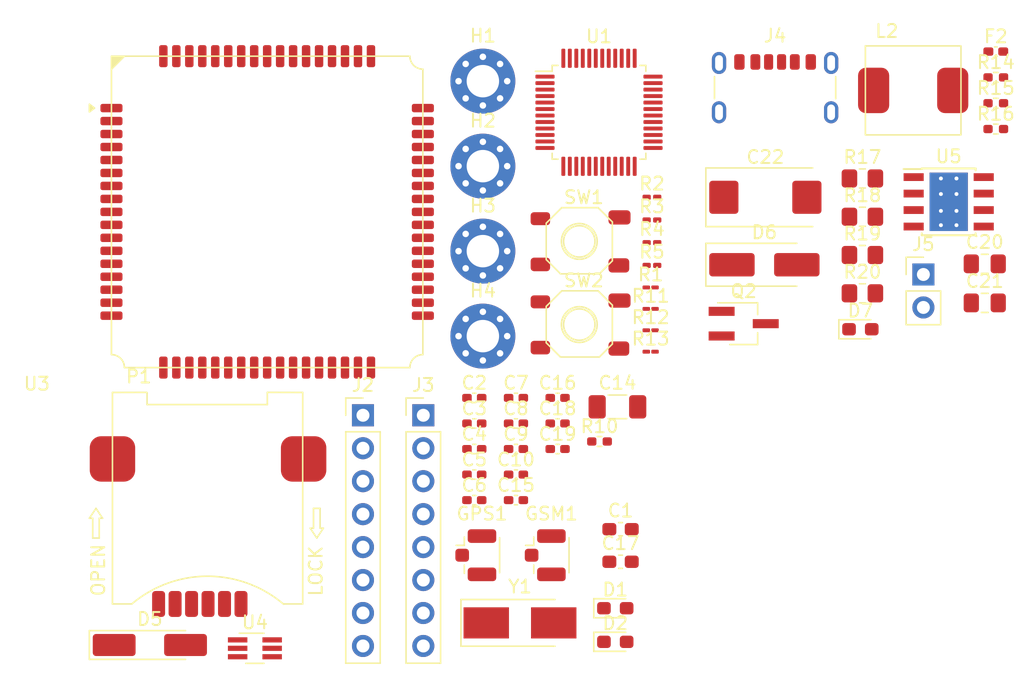
<source format=kicad_pcb>
(kicad_pcb (version 20221018) (generator pcbnew)
  (layers (0 "F.Cu" signal) (31 "B.Cu" signal) (34 "B.Paste" user) (35 "F.Paste" user) (36 "B.SilkS" user "B.Silkscreen") (37 "F.SilkS" user "F.Silkscreen") (38 "B.Mask" user) (39 "F.Mask" user) (44 "Edge.Cuts" user))
  (net 0 "")
  (net 1 "+3V3")
  (net 2 "GND")
  (net 3 "Net-(C9-Pad1)")
  (net 4 "Net-(U3-VRTC)")
  (net 5 "Net-(D1-A)")
  (net 6 "Net-(D2-A)")
  (net 7 "+12V")
  (net 8 "GPS_ANT")
  (net 9 "GSM_ANT")
  (net 10 "SIM_VDD")
  (net 11 "Net-(P1-RST)")
  (net 12 "Net-(P1-CLK)")
  (net 13 "SIM_DET")
  (net 14 "Net-(P1-DATA)")
  (net 15 "NRST")
  (net 17 "STATUS")
  (net 19 "Net-(U1-PF0)")
  (net 20 "Net-(U1-PF1)")
  (net 23 "USART2_TX")
  (net 24 "USART2_RX")
  (net 25 "PA4")
  (net 26 "SPI1_CLK")
  (net 27 "SPI1_MISO")
  (net 28 "SPI1_MOSI")
  (net 33 "Net-(U1-PB11)")
  (net 34 "LED1")
  (net 35 "LED2")
  (net 39 "SIM_RX")
  (net 40 "SIM_TX")
  (net 43 "SWDIO")
  (net 45 "SIM_RESET")
  (net 46 "SWDCLK")
  (net 53 "Net-(U1-BOOT0)")
  (net 55 "SIM_PWRKEY")
  (net 56 "FEEDBACK")
  (net 57 "SIM_DATA")
  (net 58 "Net-(Q2-D)")
  (net 59 "Net-(U5-BOOT)")
  (net 60 "Net-(D6-K)")
  (net 61 "Net-(D7-A)")
  (net 62 "Net-(J4-CC1)")
  (net 63 "Net-(J4-CC2)")
  (net 64 "Net-(J4-SHIELD)")
  (net 65 "Net-(Q2-S)")
  (net 66 "Net-(U3-VDD_EXT)")
  (net 67 "SIM_RST")
  (net 68 "SIM_CLK")
  (net 69 "Net-(R18-Pad2)")
  (footprint "Resistor_SMD:R_01005_0402Metric_Pad0.57x0.30mm_HandSolder" (layer "F.Cu") (at 96.25 72.44)
    (fp_text reference "R13" (at 0 -1) (layer "F.SilkS"))
    (fp_text value "22")
    (pad "1" smd roundrect (at -0.3375 0) (size 0.575 0.3) (layers "F.Cu" "F.Mask") (net 57 "SIM_DATA"))
    (pad "2" smd roundrect (at 0.3375 0) (size 0.575 0.3) (layers "F.Cu" "F.Mask") (net 14 "Net-(P1-DATA)"))
  )
  (footprint "Connector_Coaxial:U.FL_Hirose_U.FL-R-SMT-1_Vertical" (layer "F.Cu") (at 82.775 88.125)
    (fp_text reference "GPS1" (at 0.475 -3.2) (layer "F.SilkS"))
    (fp_text value "U.FL-R-SMT(10)")
    (pad "1" smd roundrect (at -1.05 0) (size 1.05 1) (layers "F.Cu" "F.Paste" "F.Mask") (net 8 "GPS_ANT"))
    (pad "2" smd roundrect (at 0.475 -1.475) (size 2.2 1.05) (layers "F.Cu" "F.Paste" "F.Mask") (roundrect_rratio 0.2380952381) (net 2 "GND"))
    (pad "2" smd roundrect (at 0.475 1.475) (size 2.2 1.05) (layers "F.Cu" "F.Paste" "F.Mask") (roundrect_rratio 0.2380952381) (net 2 "GND"))
  )
  (footprint "MyLibPerso:SIM808" (layer "F.Cu") (at 54.695 49.665)
    (fp_text reference "U3" (at -5.75 25.25 unlocked) (layer "F.SilkS"))
    (fp_text value "SIM808")
    (pad "1" smd roundrect (at 0 4) (size 1.7 0.65) (layers "F.Cu" "F.Paste" "F.Mask") (net 2 "GND"))
    (pad "2" smd roundrect (at 0 5) (size 1.7 0.65) (layers "F.Cu" "F.Paste" "F.Mask") (net 2 "GND"))
    (pad "3" smd roundrect (at 0 6) (size 1.7 0.65) (layers "F.Cu" "F.Paste" "F.Mask") (net 2 "GND"))
    (pad "4" smd roundrect (at 0 7) (size 1.7 0.65) (layers "F.Cu" "F.Paste" "F.Mask"))
    (pad "5" smd roundrect (at 0 8) (size 1.7 0.65) (layers "F.Cu" "F.Paste" "F.Mask"))
    (pad "6" smd roundrect (at 0 9) (size 1.7 0.65) (layers "F.Cu" "F.Paste" "F.Mask"))
    (pad "7" smd roundrect (at 0 10) (size 1.7 0.65) (layers "F.Cu" "F.Paste" "F.Mask") (net 66 "Net-(U3-VDD_EXT)"))
    (pad "8" smd roundrect (at 0 11) (size 1.7 0.65) (layers "F.Cu" "F.Paste" "F.Mask") (net 55 "SIM_PWRKEY"))
    (pad "9" smd roundrect (at 0 12) (size 1.7 0.65) (layers "F.Cu" "F.Paste" "F.Mask"))
    (pad "10" smd roundrect (at 0 13) (size 1.7 0.65) (layers "F.Cu" "F.Paste" "F.Mask"))
    (pad "11" smd roundrect (at 0 14) (size 1.7 0.65) (layers "F.Cu" "F.Paste" "F.Mask"))
    (pad "12" smd roundrect (at 0 15) (size 1.7 0.65) (layers "F.Cu" "F.Paste" "F.Mask"))
    (pad "13" smd roundrect (at 0 16) (size 1.7 0.65) (layers "F.Cu" "F.Paste" "F.Mask"))
    (pad "14" smd roundrect (at 0 17) (size 1.7 0.65) (layers "F.Cu" "F.Paste" "F.Mask"))
    (pad "15" smd roundrect (at 0 18) (size 1.7 0.65) (layers "F.Cu" "F.Paste" "F.Mask"))
    (pad "16" smd roundrect (at 0 19) (size 1.7 0.65) (layers "F.Cu" "F.Paste" "F.Mask") (net 45 "SIM_RESET"))
    (pad "17" smd roundrect (at 0 20) (size 1.7 0.65) (layers "F.Cu" "F.Paste" "F.Mask") (net 4 "Net-(U3-VRTC)"))
    (pad "18" smd roundrect (at 4 24 90) (size 1.7 0.65) (layers "F.Cu" "F.Paste" "F.Mask") (net 2 "GND"))
    (pad "19" smd roundrect (at 5 24 90) (size 1.7 0.65) (layers "F.Cu" "F.Paste" "F.Mask"))
    (pad "20" smd roundrect (at 6 24 90) (size 1.7 0.65) (layers "F.Cu" "F.Paste" "F.Mask"))
    (pad "21" smd roundrect (at 7 24 90) (size 1.7 0.65) (layers "F.Cu" "F.Paste" "F.Mask"))
    (pad "22" smd roundrect (at 8 24 90) (size 1.7 0.65) (layers "F.Cu" "F.Paste" "F.Mask"))
    (pad "23" smd roundrect (at 9 24 90) (size 1.7 0.65) (layers "F.Cu" "F.Paste" "F.Mask"))
    (pad "24" smd roundrect (at 10 24 90) (size 1.7 0.65) (layers "F.Cu" "F.Paste" "F.Mask"))
    (pad "25" smd roundrect (at 11 24 90) (size 1.7 0.65) (layers "F.Cu" "F.Paste" "F.Mask"))
    (pad "26" smd roundrect (at 12 24 90) (size 1.7 0.65) (layers "F.Cu" "F.Paste" "F.Mask"))
    (pad "27" smd roundrect (at 13 24 90) (size 1.7 0.65) (layers "F.Cu" "F.Paste" "F.Mask"))
    (pad "28" smd roundrect (at 14 24 90) (size 1.7 0.65) (layers "F.Cu" "F.Paste" "F.Mask") (net 2 "GND"))
    (pad "29" smd roundrect (at 15 24 90) (size 1.7 0.65) (layers "F.Cu" "F.Paste" "F.Mask") (net 10 "SIM_VDD"))
    (pad "30" smd roundrect (at 16 24 90) (size 1.7 0.65) (layers "F.Cu" "F.Paste" "F.Mask") (net 57 "SIM_DATA"))
    (pad "31" smd roundrect (at 17 24 90) (size 1.7 0.65) (layers "F.Cu" "F.Paste" "F.Mask") (net 68 "SIM_CLK"))
    (pad "32" smd roundrect (at 18 24 90) (size 1.7 0.65) (layers "F.Cu" "F.Paste" "F.Mask") (net 67 "SIM_RST"))
    (pad "33" smd roundrect (at 19 24 90) (size 1.7 0.65) (layers "F.Cu" "F.Paste" "F.Mask") (net 13 "SIM_DET"))
    (pad "34" smd roundrect (at 20 24 90) (size 1.7 0.65) (layers "F.Cu" "F.Paste" "F.Mask") (net 2 "GND"))
    (pad "35" smd roundrect (at 24 20 180) (size 1.7 0.65) (layers "F.Cu" "F.Paste" "F.Mask") (net 8 "GPS_ANT"))
    (pad "36" smd roundrect (at 24 19 180) (size 1.7 0.65) (layers "F.Cu" "F.Paste" "F.Mask") (net 2 "GND"))
    (pad "37" smd roundrect (at 24 18 180) (size 1.7 0.65) (layers "F.Cu" "F.Paste" "F.Mask"))
    (pad "38" smd roundrect (at 24 17 180) (size 1.7 0.65) (layers "F.Cu" "F.Paste" "F.Mask") (net 40 "SIM_TX"))
    (pad "39" smd roundrect (at 24 16 180) (size 1.7 0.65) (layers "F.Cu" "F.Paste" "F.Mask") (net 39 "SIM_RX"))
    (pad "40" smd roundrect (at 24 15 180) (size 1.7 0.65) (layers "F.Cu" "F.Paste" "F.Mask") (net 2 "GND"))
    (pad "41" smd roundrect (at 24 14 180) (size 1.7 0.65) (layers "F.Cu" "F.Paste" "F.Mask"))
    (pad "42" smd roundrect (at 24 13 180) (size 1.7 0.65) (layers "F.Cu" "F.Paste" "F.Mask"))
    (pad "43" smd roundrect (at 24 12 180) (size 1.7 0.65) (layers "F.Cu" "F.Paste" "F.Mask"))
    (pad "44" smd roundrect (at 24 11 180) (size 1.7 0.65) (layers "F.Cu" "F.Paste" "F.Mask"))
    (pad "45" smd roundrect (at 24 10 180) (size 1.7 0.65) (layers "F.Cu" "F.Paste" "F.Mask"))
    (pad "46" smd roundrect (at 24 9 180) (size 1.7 0.65) (layers "F.Cu" "F.Paste" "F.Mask"))
    (pad "47" smd roundrect (at 24 8 180) (size 1.7 0.65) (layers "F.Cu" "F.Paste" "F.Mask"))
    (pad "48" smd roundrect (at 24 7 180) (size 1.7 0.65) (layers "F.Cu" "F.Paste" "F.Mask"))
    (pad "49" smd roundrect (at 24 6 180) (size 1.7 0.65) (layers "F.Cu" "F.Paste" "F.Mask") (net 17 "STATUS"))
    (pad "50" smd roundrect (at 24 5 180) (size 1.7 0.65) (layers "F.Cu" "F.Paste" "F.Mask"))
    (pad "51" smd roundrect (at 24 4 180) (size 1.7 0.65) (layers "F.Cu" "F.Paste" "F.Mask") (net 2 "GND"))
    (pad "52" smd roundrect (at 20 0 270) (size 1.7 0.65) (layers "F.Cu" "F.Paste" "F.Mask") (net 2 "GND"))
    (pad "53" smd roundrect (at 19 0 270) (size 1.7 0.65) (layers "F.Cu" "F.Paste" "F.Mask"))
    (pad "54" smd roundrect (at 18 0 270) (size 1.7 0.65) (layers "F.Cu" "F.Paste" "F.Mask") (net 2 "GND"))
    (pad "55" smd roundrect (at 17 0 270) (size 1.7 0.65) (layers "F.Cu" "F.Paste" "F.Mask"))
    (pad "56" smd roundrect (at 16 0 270) (size 1.7 0.65) (layers "F.Cu" "F.Paste" "F.Mask"))
    (pad "57" smd roundrect (at 15 0 270) (size 1.7 0.65) (layers "F.Cu" "F.Paste" "F.Mask"))
    (pad "58" smd roundrect (at 14 0 270) (size 1.7 0.65) (layers "F.Cu" "F.Paste" "F.Mask"))
    (pad "59" smd roundrect (at 13 0 270) (size 1.7 0.65) (layers "F.Cu" "F.Paste" "F.Mask"))
    (pad "60" smd roundrect (at 12 0 270) (size 1.7 0.65) (layers "F.Cu" "F.Paste" "F.Mask"))
    (pad "61" smd roundrect (at 11 0 270) (size 1.7 0.65) (layers "F.Cu" "F.Paste" "F.Mask"))
    (pad "62" smd roundrect (at 10 0 270) (size 1.7 0.65) (layers "F.Cu" "F.Paste" "F.Mask"))
    (pad "63" smd roundrect (at 9 0 270) (size 1.7 0.65) (layers "F.Cu" "F.Paste" "F.Mask"))
    (pad "64" smd roundrect (at 8 0 270) (size 1.7 0.65) (layers "F.Cu" "F.Paste" "F.Mask") (net 2 "GND"))
    (pad "65" smd roundrect (at 7 0 270) (size 1.7 0.65) (layers "F.Cu" "F.Paste" "F.Mask") (net 2 "GND"))
    (pad "66" smd roundrect (at 6 0 270) (size 1.7 0.65) (layers "F.Cu" "F.Paste" "F.Mask") (net 9 "GSM_ANT"))
    (pad "67" smd roundrect (at 5 0 270) (size 1.7 0.65) (layers "F.Cu" "F.Paste" "F.Mask") (net 2 "GND"))
    (pad "68" smd roundrect (at 4 0 270) (size 1.7 0.65) (layers "F.Cu" "F.Paste" "F.Mask") (net 2 "GND"))
  )
  (footprint "MountingHole:MountingHole_2.5mm_Pad_Via" (layer "F.Cu") (at 83.32 51.59)
    (fp_text reference "H1" (at 0 -3.5) (layer "F.SilkS"))
    (fp_text value "MountingHole")
    (pad "1" thru_hole circle (at -1.875 0) (size 0.8 0.8) (drill 0.5) (layers "*.Cu" "*.Mask"))
    (pad "1" thru_hole circle (at -1.325825 -1.325825) (size 0.8 0.8) (drill 0.5) (layers "*.Cu" "*.Mask"))
    (pad "1" thru_hole circle (at -1.325825 1.325825) (size 0.8 0.8) (drill 0.5) (layers "*.Cu" "*.Mask"))
    (pad "1" thru_hole circle (at 0 -1.875) (size 0.8 0.8) (drill 0.5) (layers "*.Cu" "*.Mask"))
    (pad "1" thru_hole circle (at 0 0) (size 5 5) (drill 2.5) (layers "*.Cu" "*.Mask"))
    (pad "1" thru_hole circle (at 0 1.875) (size 0.8 0.8) (drill 0.5) (layers "*.Cu" "*.Mask"))
    (pad "1" thru_hole circle (at 1.325825 -1.325825) (size 0.8 0.8) (drill 0.5) (layers "*.Cu" "*.Mask"))
    (pad "1" thru_hole circle (at 1.325825 1.325825) (size 0.8 0.8) (drill 0.5) (layers "*.Cu" "*.Mask"))
    (pad "1" thru_hole circle (at 1.875 0) (size 0.8 0.8) (drill 0.5) (layers "*.Cu" "*.Mask"))
  )
  (footprint "Capacitor_SMD:C_0603_1608Metric_Pad1.08x0.95mm_HandSolder" (layer "F.Cu") (at 93.93 88.63)
    (fp_text reference "C17" (at 0 -1.43) (layer "F.SilkS"))
    (fp_text value "4µ7")
    (pad "1" smd roundrect (at -0.8625 0) (size 1.075 0.95) (layers "F.Cu" "F.Paste" "F.Mask") (net 2 "GND"))
    (pad "2" smd roundrect (at 0.8625 0) (size 1.075 0.95) (layers "F.Cu" "F.Paste" "F.Mask") (net 4 "Net-(U3-VRTC)"))
  )
  (footprint "Capacitor_SMD:C_0402_1005Metric_Pad0.74x0.62mm_HandSolder" (layer "F.Cu") (at 89.08 76)
    (fp_text reference "C16" (at 0 -1.16) (layer "F.SilkS"))
    (fp_text value "10p")
    (pad "1" smd roundrect (at -0.5675 0) (size 0.735 0.62) (layers "F.Cu" "F.Paste" "F.Mask") (net 1 "+3V3"))
    (pad "2" smd roundrect (at 0.5675 0) (size 0.735 0.62) (layers "F.Cu" "F.Paste" "F.Mask") (net 2 "GND"))
  )
  (footprint "LED_SMD:LED_0603_1608Metric_Pad1.05x0.95mm_HandSolder" (layer "F.Cu") (at 112.415 70.71)
    (fp_text reference "D7" (at 0 -1.43) (layer "F.SilkS"))
    (fp_text value "PWR")
    (pad "1" smd roundrect (at -0.875 0) (size 1.05 0.95) (layers "F.Cu" "F.Paste" "F.Mask") (net 2 "GND"))
    (pad "2" smd roundrect (at 0.875 0) (size 1.05 0.95) (layers "F.Cu" "F.Paste" "F.Mask") (net 61 "Net-(D7-A)"))
  )
  (footprint "MountingHole:MountingHole_2.5mm_Pad_Via" (layer "F.Cu") (at 83.32 64.69)
    (fp_text reference "H3" (at 0 -3.5) (layer "F.SilkS"))
    (fp_text value "MountingHole")
    (pad "1" thru_hole circle (at -1.875 0) (size 0.8 0.8) (drill 0.5) (layers "*.Cu" "*.Mask"))
    (pad "1" thru_hole circle (at -1.325825 -1.325825) (size 0.8 0.8) (drill 0.5) (layers "*.Cu" "*.Mask"))
    (pad "1" thru_hole circle (at -1.325825 1.325825) (size 0.8 0.8) (drill 0.5) (layers "*.Cu" "*.Mask"))
    (pad "1" thru_hole circle (at 0 -1.875) (size 0.8 0.8) (drill 0.5) (layers "*.Cu" "*.Mask"))
    (pad "1" thru_hole circle (at 0 0) (size 5 5) (drill 2.5) (layers "*.Cu" "*.Mask"))
    (pad "1" thru_hole circle (at 0 1.875) (size 0.8 0.8) (drill 0.5) (layers "*.Cu" "*.Mask"))
    (pad "1" thru_hole circle (at 1.325825 -1.325825) (size 0.8 0.8) (drill 0.5) (layers "*.Cu" "*.Mask"))
    (pad "1" thru_hole circle (at 1.325825 1.325825) (size 0.8 0.8) (drill 0.5) (layers "*.Cu" "*.Mask"))
    (pad "1" thru_hole circle (at 1.875 0) (size 0.8 0.8) (drill 0.5) (layers "*.Cu" "*.Mask"))
  )
  (footprint "Capacitor_SMD:C_0805_2012Metric_Pad1.18x1.45mm_HandSolder" (layer "F.Cu") (at 122 68.68)
    (fp_text reference "C21" (at 0 -1.68) (layer "F.SilkS"))
    (fp_text value "10n")
    (pad "1" smd roundrect (at -1.0375 0) (size 1.175 1.45) (layers "F.Cu" "F.Paste" "F.Mask") (roundrect_rratio 0.212766) (net 59 "Net-(U5-BOOT)"))
    (pad "2" smd roundrect (at 1.0375 0) (size 1.175 1.45) (layers "F.Cu" "F.Paste" "F.Mask") (roundrect_rratio 0.212766) (net 60 "Net-(D6-K)"))
  )
  (footprint "Package_TO_SOT_SMD:SOT-23W_Handsoldering" (layer "F.Cu") (at 103.42 70.28)
    (fp_text reference "Q2" (at 0 -2.5) (layer "F.SilkS"))
    (fp_text value "AO3401A")
    (pad "1" smd rect (at -1.7 -0.95) (size 2 0.7) (layers "F.Cu" "F.Paste" "F.Mask") (net 2 "GND"))
    (pad "2" smd rect (at -1.7 0.95) (size 2 0.7) (layers "F.Cu" "F.Paste" "F.Mask") (net 65 "Net-(Q2-S)"))
    (pad "3" smd rect (at 1.7 0) (size 2 0.7) (layers "F.Cu" "F.Paste" "F.Mask") (net 58 "Net-(Q2-D)"))
  )
  (footprint "MountingHole:MountingHole_2.5mm_Pad_Via" (layer "F.Cu") (at 83.32 71.24)
    (fp_text reference "H4" (at 0 -3.5) (layer "F.SilkS"))
    (fp_text value "MountingHole")
    (pad "1" thru_hole circle (at -1.875 0) (size 0.8 0.8) (drill 0.5) (layers "*.Cu" "*.Mask"))
    (pad "1" thru_hole circle (at -1.325825 -1.325825) (size 0.8 0.8) (drill 0.5) (layers "*.Cu" "*.Mask"))
    (pad "1" thru_hole circle (at -1.325825 1.325825) (size 0.8 0.8) (drill 0.5) (layers "*.Cu" "*.Mask"))
    (pad "1" thru_hole circle (at 0 -1.875) (size 0.8 0.8) (drill 0.5) (layers "*.Cu" "*.Mask"))
    (pad "1" thru_hole circle (at 0 0) (size 5 5) (drill 2.5) (layers "*.Cu" "*.Mask"))
    (pad "1" thru_hole circle (at 0 1.875) (size 0.8 0.8) (drill 0.5) (layers "*.Cu" "*.Mask"))
    (pad "1" thru_hole circle (at 1.325825 -1.325825) (size 0.8 0.8) (drill 0.5) (layers "*.Cu" "*.Mask"))
    (pad "1" thru_hole circle (at 1.325825 1.325825) (size 0.8 0.8) (drill 0.5) (layers "*.Cu" "*.Mask"))
    (pad "1" thru_hole circle (at 1.875 0) (size 0.8 0.8) (drill 0.5) (layers "*.Cu" "*.Mask"))
  )
  (footprint "Capacitor_SMD:C_0402_1005Metric_Pad0.74x0.62mm_HandSolder" (layer "F.Cu") (at 89.08 77.97)
    (fp_text reference "C18" (at 0 -1.16) (layer "F.SilkS"))
    (fp_text value "22p")
    (pad "1" smd roundrect (at -0.5675 0) (size 0.735 0.62) (layers "F.Cu" "F.Paste" "F.Mask") (net 57 "SIM_DATA"))
    (pad "2" smd roundrect (at 0.5675 0) (size 0.735 0.62) (layers "F.Cu" "F.Paste" "F.Mask") (net 2 "GND"))
  )
  (footprint "Capacitor_Tantalum_SMD:CP_EIA-7343-15_Kemet-W_Pad2.25x2.55mm_HandSolder" (layer "F.Cu") (at 105.09 60.54)
    (fp_text reference "C22" (at 0 -3.1) (layer "F.SilkS"))
    (fp_text value "220µ")
    (pad "1" smd roundrect (at -3.2 0) (size 2.25 2.55) (layers "F.Cu" "F.Paste" "F.Mask") (roundrect_rratio 0.111111) (net 1 "+3V3"))
    (pad "2" smd roundrect (at 3.2 0) (size 2.25 2.55) (layers "F.Cu" "F.Paste" "F.Mask") (roundrect_rratio 0.111111) (net 2 "GND"))
  )
  (footprint "Diode_SMD:D_SMA_Handsoldering" (layer "F.Cu") (at 105.015 65.74)
    (fp_text reference "D6" (at 0 -2.5) (layer "F.SilkS"))
    (fp_text value "B340")
    (pad "1" smd roundrect (at -2.5 0) (size 3.5 1.8) (layers "F.Cu" "F.Paste" "F.Mask") (roundrect_rratio 0.1388888889) (net 60 "Net-(D6-K)"))
    (pad "2" smd roundrect (at 2.5 0) (size 3.5 1.8) (layers "F.Cu" "F.Paste" "F.Mask") (roundrect_rratio 0.1388888889) (net 2 "GND"))
  )
  (footprint "Resistor_SMD:R_0201_0603Metric_Pad0.64x0.40mm_HandSolder" (layer "F.Cu") (at 96.35 62.29)
    (fp_text reference "R3" (at 0 -1.05) (layer "F.SilkS"))
    (fp_text value "1k")
    (pad "1" smd roundrect (at -0.4075 0) (size 0.635 0.4) (layers "F.Cu" "F.Mask") (net 3 "Net-(C9-Pad1)"))
    (pad "2" smd roundrect (at 0.4075 0) (size 0.635 0.4) (layers "F.Cu" "F.Mask") (net 33 "Net-(U1-PB11)"))
  )
  (footprint "Capacitor_SMD:C_1206_3216Metric_Pad1.33x1.80mm_HandSolder" (layer "F.Cu") (at 93.69 76.69)
    (fp_text reference "C14" (at 0 -1.85) (layer "F.SilkS"))
    (fp_text value "100µ")
    (pad "1" smd roundrect (at -1.5625 0) (size 1.325 1.8) (layers "F.Cu" "F.Paste" "F.Mask") (roundrect_rratio 0.188679) (net 1 "+3V3"))
    (pad "2" smd roundrect (at 1.5625 0) (size 1.325 1.8) (layers "F.Cu" "F.Paste" "F.Mask") (roundrect_rratio 0.188679) (net 2 "GND"))
  )
  (footprint "Capacitor_SMD:C_0402_1005Metric_Pad0.74x0.62mm_HandSolder" (layer "F.Cu") (at 85.87 77.97)
    (fp_text reference "C8" (at 0 -1.16) (layer "F.SilkS"))
    (fp_text value "30p")
    (pad "1" smd roundrect (at -0.5675 0) (size 0.735 0.62) (layers "F.Cu" "F.Paste" "F.Mask") (net 20 "Net-(U1-PF1)"))
    (pad "2" smd roundrect (at 0.5675 0) (size 0.735 0.62) (layers "F.Cu" "F.Paste" "F.Mask") (net 2 "GND"))
  )
  (footprint "Inductor_SMD:L_TechFuse_SL0630" (layer "F.Cu") (at 116.483 52.304)
    (fp_text reference "L2" (at -2.032 -4.572 unlocked) (layer "F.SilkS"))
    (fp_text value "15µH")
    (pad "1" smd roundrect (at 3.048 0 90) (size 3.5 2.4) (layers "F.Cu" "F.Paste" "F.Mask") (net 60 "Net-(D6-K)"))
    (pad "2" smd roundrect (at -3.048 0 90) (size 3.5 2.4) (layers "F.Cu" "F.Paste" "F.Mask") (net 1 "+3V3"))
  )
  (footprint "Button_Switch_SMD:XKB-TS-1187A" (layer "F.Cu") (at 93.3 66.44)
    (fp_text reference "SW1" (at -2.2 -5.9 unlocked) (layer "F.SilkS"))
    (fp_text value "SW_Push")
    (pad "1" smd roundrect (at -5.55 -4.25 180) (size 1.5 1) (layers "F.Cu" "F.Paste" "F.Mask") (net 15 "NRST"))
    (pad "1" smd roundrect (at 0.55 -4.35 180) (size 1.7 1.1) (layers "F.Cu" "F.Paste" "F.Mask") (net 15 "NRST"))
    (pad "2" smd roundrect (at -5.55 -0.725 180) (size 1.5 1.05) (layers "F.Cu" "F.Paste" "F.Mask") (net 2 "GND"))
    (pad "2" smd roundrect (at 0.5 -0.65 180) (size 1.6 1.1) (layers "F.Cu" "F.Paste" "F.Mask") (net 2 "GND"))
  )
  (footprint "Button_Switch_SMD:XKB-TS-1187A" (layer "F.Cu") (at 93.3 72.85)
    (fp_text reference "SW2" (at -2.2 -5.9 unlocked) (layer "F.SilkS"))
    (fp_text value "SW_Push")
    (pad "1" smd roundrect (at -5.55 -4.25 180) (size 1.5 1) (layers "F.Cu" "F.Paste" "F.Mask") (net 3 "Net-(C9-Pad1)"))
    (pad "1" smd roundrect (at 0.55 -4.35 180) (size 1.7 1.1) (layers "F.Cu" "F.Paste" "F.Mask") (net 3 "Net-(C9-Pad1)"))
    (pad "2" smd roundrect (at -5.55 -0.725 180) (size 1.5 1.05) (layers "F.Cu" "F.Paste" "F.Mask") (net 1 "+3V3"))
    (pad "2" smd roundrect (at 0.5 -0.65 180) (size 1.6 1.1) (layers "F.Cu" "F.Paste" "F.Mask") (net 1 "+3V3"))
  )
  (footprint "Capacitor_SMD:C_0603_1608Metric_Pad1.08x0.95mm_HandSolder" (layer "F.Cu") (at 93.93 86.12)
    (fp_text reference "C1" (at 0 -1.43) (layer "F.SilkS"))
    (fp_text value "4µ7")
    (pad "1" smd roundrect (at -0.8625 0) (size 1.075 0.95) (layers "F.Cu" "F.Paste" "F.Mask") (net 1 "+3V3"))
    (pad "2" smd roundrect (at 0.8625 0) (size 1.075 0.95) (layers "F.Cu" "F.Paste" "F.Mask") (net 2 "GND"))
  )
  (footprint "Resistor_SMD:R_0402_1005Metric_Pad0.72x0.64mm_HandSolder" (layer "F.Cu") (at 122.85 51.3)
    (fp_text reference "R14" (at 0 -1.17) (layer "F.SilkS"))
    (fp_text value "5.11k")
    (pad "1" smd roundrect (at -0.5975 0) (size 0.715 0.64) (layers "F.Cu" "F.Paste" "F.Mask") (net 63 "Net-(J4-CC2)"))
    (pad "2" smd roundrect (at 0.5975 0) (size 0.715 0.64) (layers "F.Cu" "F.Paste" "F.Mask") (net 2 "GND"))
  )
  (footprint "Capacitor_SMD:C_0402_1005Metric_Pad0.74x0.62mm_HandSolder" (layer "F.Cu") (at 89.08 79.94)
    (fp_text reference "C19" (at 0 -1.16) (layer "F.SilkS"))
    (fp_text value "1µ")
    (pad "1" smd roundrect (at -0.5675 0) (size 0.735 0.62) (layers "F.Cu" "F.Paste" "F.Mask") (net 2 "GND"))
    (pad "2" smd roundrect (at 0.5675 0) (size 0.735 0.62) (layers "F.Cu" "F.Paste" "F.Mask") (net 10 "SIM_VDD"))
  )
  (footprint "Package_SO:TI_SO-PowerPAD-8_ThermalVias" (layer "F.Cu") (at 119.22 60.89)
    (fp_text reference "U5" (at 0 -3.5) (layer "F.SilkS"))
    (fp_text value "TPS5430DDA")
    (pad "1" smd rect (at -2.7 -1.905) (size 1.55 0.6) (layers "F.Cu" "F.Paste" "F.Mask") (net 59 "Net-(U5-BOOT)"))
    (pad "2" smd rect (at -2.7 -0.635) (size 1.55 0.6) (layers "F.Cu" "F.Paste" "F.Mask"))
    (pad "3" smd rect (at -2.7 0.635) (size 1.55 0.6) (layers "F.Cu" "F.Paste" "F.Mask"))
    (pad "4" smd rect (at -2.7 1.905) (size 1.55 0.6) (layers "F.Cu" "F.Paste" "F.Mask") (net 56 "FEEDBACK"))
    (pad "5" smd rect (at 2.7 1.905) (size 1.55 0.6) (layers "F.Cu" "F.Paste" "F.Mask"))
    (pad "6" smd rect (at 2.7 0.635) (size 1.55 0.6) (layers "F.Cu" "F.Paste" "F.Mask") (net 2 "GND"))
    (pad "7" smd rect (at 2.7 -0.635) (size 1.55 0.6) (layers "F.Cu" "F.Paste" "F.Mask") (net 65 "Net-(Q2-S)"))
    (pad "8" smd rect (at 2.7 -1.905) (size 1.55 0.6) (layers "F.Cu" "F.Paste" "F.Mask") (net 60 "Net-(D6-K)"))
    (pad "9" thru_hole circle (at -0.6 -1.8) (size 0.6 0.6) (drill 0.3) (layers "*.Cu") (net 2 "GND"))
    (pad "9" thru_hole circle (at -0.6 -0.6) (size 0.6 0.6) (drill 0.3) (layers "*.Cu") (net 2 "GND"))
    (pad "9" thru_hole circle (at -0.6 0.7) (size 0.6 0.6) (drill 0.3) (layers "*.Cu") (net 2 "GND"))
    (pad "9" thru_hole circle (at -0.6 1.8) (size 0.6 0.6) (drill 0.3) (layers "*.Cu") (net 2 "GND"))
    (pad "9" smd rect (at 0 0) (size 2.6 3.1) (layers "F.Cu" "F.Paste" "F.Mask") (net 2 "GND"))
    (pad "9" smd rect (at 0 0) (size 2.95 4.5) (layers "F.Cu") (net 2 "GND"))
    (pad "9" smd rect (at 0 0) (size 2.95 4.5) (layers "B.Cu") (net 2 "GND"))
    (pad "9" thru_hole circle (at 0.6 -1.8) (size 0.6 0.6) (drill 0.3) (layers "*.Cu") (net 2 "GND"))
    (pad "9" thru_hole circle (at 0.6 -0.6) (size 0.6 0.6) (drill 0.3) (layers "*.Cu") (net 2 "GND"))
    (pad "9" thru_hole circle (at 0.6 0.7) (size 0.6 0.6) (drill 0.3) (layers "*.Cu") (net 2 "GND"))
    (pad "9" thru_hole circle (at 0.6 1.8) (size 0.6 0.6) (drill 0.3) (layers "*.Cu") (net 2 "GND"))
  )
  (footprint "Resistor_SMD:R_01005_0402Metric_Pad0.57x0.30mm_HandSolder" (layer "F.Cu") (at 96.25 70.79)
    (fp_text reference "R12" (at 0 -1) (layer "F.SilkS"))
    (fp_text value "22")
    (pad "1" smd roundrect (at -0.3375 0) (size 0.575 0.3) (layers "F.Cu" "F.Mask") (net 68 "SIM_CLK"))
    (pad "2" smd roundrect (at 0.3375 0) (size 0.575 0.3) (layers "F.Cu" "F.Mask") (net 12 "Net-(P1-CLK)"))
  )
  (footprint "Crystal:Crystal_SMD_5032-2Pin_5.0x3.2mm_HandSoldering" (layer "F.Cu") (at 86.18 93.34)
    (fp_text reference "Y1" (at 0 -2.8) (layer "F.SilkS"))
    (fp_text value "8MHz")
    (pad "1" smd rect (at -2.6 0) (size 3.5 2.4) (layers "F.Cu" "F.Paste" "F.Mask") (net 19 "Net-(U1-PF0)"))
    (pad "2" smd rect (at 2.6 0) (size 3.5 2.4) (layers "F.Cu" "F.Paste" "F.Mask") (net 20 "Net-(U1-PF1)"))
  )
  (footprint "Diode_SMD:D_MiniMELF_Handsoldering" (layer "F.Cu") (at 57.655 95.045)
    (fp_text reference "D5" (at 0 -2) (layer "F.SilkS"))
    (fp_text value "D_Zener")
    (pad "1" smd roundrect (at -2.75 0) (size 3.3 1.7) (layers "F.Cu" "F.Paste" "F.Mask") (roundrect_rratio 0.1470588235) (net 1 "+3V3"))
    (pad "2" smd roundrect (at 2.75 0) (size 3.3 1.7) (layers "F.Cu" "F.Paste" "F.Mask") (roundrect_rratio 0.1470588235) (net 2 "GND"))
  )
  (footprint "Resistor_SMD:R_0201_0603Metric_Pad0.64x0.40mm_HandSolder" (layer "F.Cu") (at 96.35 60.54)
    (fp_text reference "R2" (at 0 -1.05) (layer "F.SilkS"))
    (fp_text value "100k")
    (pad "1" smd roundrect (at -0.4075 0) (size 0.635 0.4) (layers "F.Cu" "F.Mask") (net 3 "Net-(C9-Pad1)"))
    (pad "2" smd roundrect (at 0.4075 0) (size 0.635 0.4) (layers "F.Cu" "F.Mask") (net 2 "GND"))
  )
  (footprint "Resistor_SMD:R_01005_0402Metric_Pad0.57x0.30mm_HandSolder" (layer "F.Cu") (at 96.25 67.49)
    (fp_text reference "R1" (at 0 -1) (layer "F.SilkS"))
    (fp_text value "10k")
    (pad "1" smd roundrect (at -0.3375 0) (size 0.575 0.3) (layers "F.Cu" "F.Mask") (net 53 "Net-(U1-BOOT0)"))
    (pad "2" smd roundrect (at 0.3375 0) (size 0.575 0.3) (layers "F.Cu" "F.Mask") (net 2 "GND"))
  )
  (footprint "Connector_Coaxial:U.FL_Hirose_U.FL-R-SMT-1_Vertical" (layer "F.Cu") (at 88.125 88.125)
    (fp_text reference "GSM1" (at 0.475 -3.2) (layer "F.SilkS"))
    (fp_text value "U.FL-R-SMT(10)")
    (pad "1" smd roundrect (at -1.05 0) (size 1.05 1) (layers "F.Cu" "F.Paste" "F.Mask") (net 9 "GSM_ANT"))
    (pad "2" smd roundrect (at 0.475 -1.475) (size 2.2 1.05) (layers "F.Cu" "F.Paste" "F.Mask") (roundrect_rratio 0.2380952381) (net 2 "GND"))
    (pad "2" smd roundrect (at 0.475 1.475) (size 2.2 1.05) (layers "F.Cu" "F.Paste" "F.Mask") (roundrect_rratio 0.2380952381) (net 2 "GND"))
  )
  (footprint "Package_TO_SOT_SMD:SOT-363_SC-70-6_Handsoldering" (layer "F.Cu") (at 65.75 95.3)
    (fp_text reference "U4" (at 0 -2) (layer "F.SilkS"))
    (fp_text value "SMF05CT1G")
    (pad "1" smd rect (at -1.33 -0.65) (size 1.5 0.4) (layers "F.Cu" "F.Paste" "F.Mask") (net 12 "Net-(P1-CLK)"))
    (pad "2" smd rect (at -1.33 0) (size 1.5 0.4) (layers "F.Cu" "F.Paste" "F.Mask") (net 2 "GND"))
    (pad "3" smd rect (at -1.33 0.65) (size 1.5 0.4) (layers "F.Cu" "F.Paste" "F.Mask") (net 14 "Net-(P1-DATA)"))
    (pad "4" smd rect (at 1.33 0.65) (size 1.5 0.4) (layers "F.Cu" "F.Paste" "F.Mask") (net 11 "Net-(P1-RST)"))
    (pad "5" smd rect (at 1.33 0) (size 1.5 0.4) (layers "F.Cu" "F.Paste" "F.Mask") (net 13 "SIM_DET"))
    (pad "6" smd rect (at 1.33 -0.65) (size 1.5 0.4) (layers "F.Cu" "F.Paste" "F.Mask") (net 10 "SIM_VDD"))
  )
  (footprint "Connector_PinHeader_2.54mm:PinHeader_1x02_P2.54mm_Vertical" (layer "F.Cu") (at 117.27 66.49)
    (fp_text reference "J5" (at 0 -2.33) (layer "F.SilkS"))
    (fp_text value "5V-36V")
    (pad "1" thru_hole rect (at 0 0) (size 1.7 1.7) (drill 1) (layers "*.Cu" "*.Mask") (net 7 "+12V"))
    (pad "2" thru_hole oval (at 0 2.54) (size 1.7 1.7) (drill 1) (layers "*.Cu" "*.Mask") (net 2 "GND"))
  )
  (footprint "Capacitor_SMD:C_0402_1005Metric_Pad0.74x0.62mm_HandSolder" (layer "F.Cu") (at 82.66 76)
    (fp_text reference "C2" (at 0 -1.16) (layer "F.SilkS"))
    (fp_text value "100n")
    (pad "1" smd roundrect (at -0.5675 0) (size 0.735 0.62) (layers "F.Cu" "F.Paste" "F.Mask") (net 1 "+3V3"))
    (pad "2" smd roundrect (at 0.5675 0) (size 0.735 0.62) (layers "F.Cu" "F.Paste" "F.Mask") (net 2 "GND"))
  )
  (footprint "Capacitor_SMD:C_0402_1005Metric_Pad0.74x0.62mm_HandSolder" (layer "F.Cu") (at 82.66 81.91)
    (fp_text reference "C5" (at 0 -1.16) (layer "F.SilkS"))
    (fp_text value "100n")
    (pad "1" smd roundrect (at -0.5675 0) (size 0.735 0.62) (layers "F.Cu" "F.Paste" "F.Mask") (net 1 "+3V3"))
    (pad "2" smd roundrect (at 0.5675 0) (size 0.735 0.62) (layers "F.Cu" "F.Paste" "F.Mask") (net 2 "GND"))
  )
  (footprint "Connector_Card:SIM_CARD_SMO-1512" (layer "F.Cu") (at 54.773 91.8818)
    (fp_text reference "P1" (at 2.032 -17.526 unlocked) (layer "F.SilkS"))
    (fp_text value "~")
    (fp_text user "OPEN" (at -0.508 -0.508 90 unlocked) (layer "F.SilkS") (effects (justify left bottom)))
    (fp_text user "LOCK" (at 16.256 -0.508 90 unlocked) (layer "F.SilkS") (effects (justify left bottom)))
    (pad "" smd roundrect (at 0 -11.176 90) (size 3.5 3.5) (layers "F.Cu" "F.Paste" "F.Mask"))
    (pad "" smd roundrect (at 14.732 -11.176 90) (size 3.5 3.5) (layers "F.Cu" "F.Paste" "F.Mask"))
    (pad "1" smd roundrect (at 4.826 0 180) (size 1 2) (layers "F.Cu" "F.Paste" "F.Mask") (net 10 "SIM_VDD"))
    (pad "2" smd roundrect (at 7.366 0 180) (size 1 2) (layers "F.Cu" "F.Paste" "F.Mask") (net 11 "Net-(P1-RST)"))
    (pad "3" smd roundrect (at 9.906 0 180) (size 1 2) (layers "F.Cu" "F.Paste" "F.Mask") (net 12 "Net-(P1-CLK)"))
    (pad "5" smd roundrect (at 3.556 0 180) (size 1 2) (layers "F.Cu" "F.Paste" "F.Mask") (net 2 "GND"))
    (pad "6" smd roundrect (at 6.096 0 180) (size 1 2) (layers "F.Cu" "F.Paste" "F.Mask") (net 13 "SIM_DET"))
    (pad "7" smd roundrect (at 8.636 0 180) (size 1 2) (layers "F.Cu" "F.Paste" "F.Mask") (net 14 "Net-(P1-DATA)"))
  )
  (footprint "Connector_USB:USB_C_Receptacle_GCT_USB4125-xx-x-0190_6P_TopMnt_Horizontal" (layer "F.Cu") (at 105.84 53.19)
    (fp_text reference "J4" (at 0 -5.1 unlocked) (layer "F.SilkS"))
    (fp_text value "USB_C_Receptacle_PowerOnly_6P")
    (pad "A5" smd roundrect (at -0.5 -3.08) (size 0.7 1.2) (layers "F.Cu" "F.Paste" "F.Mask") (net 62 "Net-(J4-CC1)"))
    (pad "A9" smd roundrect (at 1.52 -3.08 180) (size 0.76 1.2) (layers "F.Cu" "F.Paste" "F.Mask") (net 7 "+12V"))
    (pad "A12" smd roundrect (at 2.75 -3.08 180) (size 0.8 1.2) (layers "F.Cu" "F.Paste" "F.Mask") (net 2 "GND"))
    (pad "B5" smd roundrect (at 0.5 -3.08 180) (size 0.7 1.2) (layers "F.Cu" "F.Paste" "F.Mask") (net 63 "Net-(J4-CC2)"))
    (pad "B9" smd roundrect (at -1.52 -3.08) (size 0.76 1.2) (layers "F.Cu" "F.Paste" "F.Mask") (net 7 "+12V"))
    (pad "B12" smd roundrect (at -2.75 -3.08) (size 0.8 1.2) (layers "F.Cu" "F.Paste" "F.Mask") (net 2 "GND"))
    (pad "S1" thru_hole oval (at -4.32 -3) (size 1.1 1.7) (drill oval 0.6 1.2) (layers "*.Cu" "*.Mask" "F.Paste") (net 64 "Net-(J4-SHIELD)"))
    (pad "S1" thru_hole oval (at -4.32 0.8) (size 1.1 1.7) (drill oval 0.6 1.2) (layers "*.Cu" "*.Mask" "F.Paste") (net 64 "Net-(J4-SHIELD)"))
    (pad "S1" thru_hole oval (at 4.32 -3) (size 1.1 1.7) (drill oval 0.6 1.2) (layers "*.Cu" "*.Mask" "F.Paste") (net 64 "Net-(J4-SHIELD)"))
    (pad "S1" thru_hole oval (at 4.32 0.8) (size 1.1 1.7) (drill oval 0.6 1.2) (layers "*.Cu" "*.Mask" "F.Paste") (net 64 "Net-(J4-SHIELD)"))
  )
  (footprint "Capacitor_SMD:C_0402_1005Metric_Pad0.74x0.62mm_HandSolder" (layer "F.Cu") (at 82.66 83.88)
    (fp_text reference "C6" (at 0 -1.16) (layer "F.SilkS"))
    (fp_text value "100n")
    (pad "1" smd roundrect (at -0.5675 0) (size 0.735 0.62) (layers "F.Cu" "F.Paste" "F.Mask") (net 2 "GND"))
    (pad "2" smd roundrect (at 0.5675 0) (size 0.735 0.62) (layers "F.Cu" "F.Paste" "F.Mask") (net 15 "NRST"))
  )
  (footprint "Capacitor_SMD:C_0402_1005Metric_Pad0.74x0.62mm_HandSolder" (layer "F.Cu") (at 85.87 81.91)
    (fp_text reference "C10" (at 0 -1.16) (layer "F.SilkS"))
    (fp_text value "100n")
    (pad "1" smd roundrect (at -0.5675 0) (size 0.735 0.62) (layers "F.Cu" "F.Paste" "F.Mask") (net 33 "Net-(U1-PB11)"))
    (pad "2" smd roundrect (at 0.5675 0) (size 0.735 0.62) (layers "F.Cu" "F.Paste" "F.Mask") (net 2 "GND"))
  )
  (footprint "Resistor_SMD:R_0402_1005Metric_Pad0.72x0.64mm_HandSolder" (layer "F.Cu") (at 92.31 79.36)
    (fp_text reference "R10" (at 0 -1.17) (layer "F.SilkS"))
    (fp_text value "4k7")
    (pad "1" smd roundrect (at -0.5975 0) (size 0.715 0.64) (layers "F.Cu" "F.Paste" "F.Mask") (net 13 "SIM_DET"))
    (pad "2" smd roundrect (at 0.5975 0) (size 0.715 0.64) (layers "F.Cu" "F.Paste" "F.Mask") (net 66 "Net-(U3-VDD_EXT)"))
  )
  (footprint "Capacitor_SMD:C_0805_2012Metric_Pad1.18x1.45mm_HandSolder" (layer "F.Cu") (at 122 65.67)
    (fp_text reference "C20" (at 0 -1.68) (layer "F.SilkS"))
    (fp_text value "10µ")
    (pad "1" smd roundrect (at -1.0375 0) (size 1.175 1.45) (layers "F.Cu" "F.Paste" "F.Mask") (roundrect_rratio 0.212766) (net 58 "Net-(Q2-D)"))
    (pad "2" smd roundrect (at 1.0375 0) (size 1.175 1.45) (layers "F.Cu" "F.Paste" "F.Mask") (roundrect_rratio 0.212766) (net 2 "GND"))
  )
  (footprint "Connector_PinHeader_2.54mm:PinHeader_1x08_P2.54mm_Vertical" (layer "F.Cu") (at 74.08 77.34)
    (fp_text reference "J2" (at 0 -2.33) (layer "F.SilkS"))
    (fp_text value "Left Header Pins")
    (pad "1" thru_hole rect (at 0 0) (size 1.7 1.7) (drill 1) (layers "*.Cu" "*.Mask") (net 1 "+3V3"))
    (pad "2" thru_hole oval (at 0 2.54) (size 1.7 1.7) (drill 1) (layers "*.Cu" "*.Mask") (net 23 "USART2_TX"))
    (pad "3" thru_hole oval (at 0 5.08) (size 1.7 1.7) (drill 1) (layers "*.Cu" "*.Mask") (net 24 "USART2_RX"))
    (pad "4" thru_hole oval (at 0 7.62) (size 1.7 1.7) (drill 1) (layers "*.Cu" "*.Mask") (net 25 "PA4"))
    (pad "5" thru_hole oval (at 0 10.16) (size 1.7 1.7) (drill 1) (layers "*.Cu" "*.Mask") (net 26 "SPI1_CLK"))
    (pad "6" thru_hole oval (at 0 12.7) (size 1.7 1.7) (drill 1) (layers "*.Cu" "*.Mask") (net 27 "SPI1_MISO"))
    (pad "7" thru_hole oval (at 0 15.24) (size 1.7 1.7) (drill 1) (layers "*.Cu" "*.Mask") (net 28 "SPI1_MOSI"))
    (pad "8" thru_hole oval (at 0 17.78) (size 1.7 1.7) (drill 1) (layers "*.Cu" "*.Mask") (net 2 "GND"))
  )
  (footprint "Capacitor_SMD:C_0402_1005Metric_Pad0.74x0.62mm_HandSolder" (layer "F.Cu") (at 82.66 79.94)
    (fp_text reference "C4" (at 0 -1.16) (layer "F.SilkS"))
    (fp_text value "100n")
    (pad "1" smd roundrect (at -0.5675 0) (size 0.735 0.62) (layers "F.Cu" "F.Paste" "F.Mask") (net 1 "+3V3"))
    (pad "2" smd roundrect (at 0.5675 0) (size 0.735 0.62) (layers "F.Cu" "F.Paste" "F.Mask") (net 2 "GND"))
  )
  (footprint "Resistor_SMD:R_01005_0402Metric_Pad0.57x0.30mm_HandSolder" (layer "F.Cu") (at 96.25 69.14)
    (fp_text reference "R11" (at 0 -1) (layer "F.SilkS"))
    (fp_text value "22")
    (pad "1" smd roundrect (at -0.3375 0) (size 0.575 0.3) (layers "F.Cu" "F.Mask") (net 67 "SIM_RST"))
    (pad "2" smd roundrect (at 0.3375 0) (size 0.575 0.3) (layers "F.Cu" "F.Mask") (net 11 "Net-(P1-RST)"))
  )
  (footprint "Resistor_SMD:R_0402_1005Metric_Pad0.72x0.64mm_HandSolder" (layer "F.Cu") (at 122.85 53.29)
    (fp_text reference "R15" (at 0 -1.17) (layer "F.SilkS"))
    (fp_text value "5.11k")
    (pad "1" smd roundrect (at -0.5975 0) (size 0.715 0.64) (layers "F.Cu" "F.Paste" "F.Mask") (net 62 "Net-(J4-CC1)"))
    (pad "2" smd roundrect (at 0.5975 0) (size 0.715 0.64) (layers "F.Cu" "F.Paste" "F.Mask") (net 2 "GND"))
  )
  (footprint "Resistor_SMD:R_0201_0603Metric_Pad0.64x0.40mm_HandSolder" (layer "F.Cu") (at 96.35 65.79)
    (fp_text reference "R5" (at 0 -1.05) (layer "F.SilkS"))
    (fp_text value "1k")
    (pad "1" smd roundrect (at -0.4075 0) (size 0.635 0.4) (layers "F.Cu" "F.Mask") (net 5 "Net-(D1-A)"))
    (pad "2" smd roundrect (at 0.4075 0) (size 0.635 0.4) (layers "F.Cu" "F.Mask") (net 34 "LED1"))
  )
  (footprint "MountingHole:MountingHole_2.5mm_Pad_Via" (layer "F.Cu") (at 83.32 58.14)
    (fp_text reference "H2" (at 0 -3.5) (layer "F.SilkS"))
    (fp_text value "MountingHole")
    (pad "1" thru_hole circle (at -1.875 0) (size 0.8 0.8) (drill 0.5) (layers "*.Cu" "*.Mask"))
    (pad "1" thru_hole circle (at -1.325825 -1.325825) (size 0.8 0.8) (drill 0.5) (layers "*.Cu" "*.Mask"))
    (pad "1" thru_hole circle (at -1.325825 1.325825) (size 0.8 0.8) (drill 0.5) (layers "*.Cu" "*.Mask"))
    (pad "1" thru_hole circle (at 0 -1.875) (size 0.8 0.8) (drill 0.5) (layers "*.Cu" "*.Mask"))
    (pad "1" thru_hole circle (at 0 0) (size 5 5) (drill 2.5) (layers "*.Cu" "*.Mask"))
    (pad "1" thru_hole circle (at 0 1.875) (size 0.8 0.8) (drill 0.5) (layers "*.Cu" "*.Mask"))
    (pad "1" thru_hole circle (at 1.325825 -1.325825) (size 0.8 0.8) (drill 0.5) (layers "*.Cu" "*.Mask"))
    (pad "1" thru_hole circle (at 1.325825 1.325825) (size 0.8 0.8) (drill 0.5) (layers "*.Cu" "*.Mask"))
    (pad "1" thru_hole circle (at 1.875 0) (size 0.8 0.8) (drill 0.5) (layers "*.Cu" "*.Mask"))
  )
  (footprint "Resistor_SMD:R_0805_2012Metric_Pad1.20x1.40mm_HandSolder" (layer "F.Cu") (at 112.57 64.99)
    (fp_text reference "R19" (at 0 -1.65) (layer "F.SilkS"))
    (fp_text value "2k7")
    (pad "1" smd roundrect (at -1 0) (size 1.2 1.4) (layers "F.Cu" "F.Paste" "F.Mask") (roundrect_rratio 0.208333) (net 69 "Net-(R18-Pad2)"))
    (pad "2" smd roundrect (at 1 0) (size 1.2 1.4) (layers "F.Cu" "F.Paste" "F.Mask") (roundrect_rratio 0.208333) (net 2 "GND"))
  )
  (footprint "Capacitor_SMD:C_0402_1005Metric_Pad0.74x0.62mm_HandSolder" (layer "F.Cu") (at 85.87 83.88)
    (fp_text reference "C15" (at 0 -1.16) (layer "F.SilkS"))
    (fp_text value "33p")
    (pad "1" smd roundrect (at -0.5675 0) (size 0.735 0.62) (layers "F.Cu" "F.Paste" "F.Mask") (net 1 "+3V3"))
    (pad "2" smd roundrect (at 0.5675 0) (size 0.735 0.62) (layers "F.Cu" "F.Paste" "F.Mask") (net 2 "GND"))
  )
  (footprint "Resistor_SMD:R_0805_2012Metric_Pad1.20x1.40mm_HandSolder" (layer "F.Cu") (at 112.57 67.94)
    (fp_text reference "R20" (at 0 -1.65) (layer "F.SilkS"))
    (fp_text value "1k5")
    (pad "1" smd roundrect (at -1 0) (size 1.2 1.4) (layers "F.Cu" "F.Paste" "F.Mask") (roundrect_rratio 0.208333) (net 1 "+3V3"))
    (pad "2" smd roundrect (at 1 0) (size 1.2 1.4) (layers "F.Cu" "F.Paste" "F.Mask") (roundrect_rratio 0.208333) (net 61 "Net-(D7-A)"))
  )
  (footprint "Resistor_SMD:R_0402_1005Metric_Pad0.72x0.64mm_HandSolder" (layer "F.Cu") (at 122.85 55.28)
    (fp_text reference "R16" (at 0 -1.17) (layer "F.SilkS"))
    (fp_text value "1M")
    (pad "1" smd roundrect (at -0.5975 0) (size 0.715 0.64) (layers "F.Cu" "F.Paste" "F.Mask") (net 64 "Net-(J4-SHIELD)"))
    (pad "2" smd roundrect (at 0.5975 0) (size 0.715 0.64) (layers "F.Cu" "F.Paste" "F.Mask") (net 2 "GND"))
  )
  (footprint "LED_SMD:LED_0603_1608Metric_Pad1.05x0.95mm_HandSolder" (layer "F.Cu") (at 93.525 92.21)
    (fp_text reference "D1" (at 0 -1.43) (layer "F.SilkS"))
    (fp_text value "LED")
    (pad "1" smd roundrect (at -0.875 0) (size 1.05 0.95) (layers "F.Cu" "F.Paste" "F.Mask") (net 2 "GND"))
    (pad "2" smd roundrect (at 0.875 0) (size 1.05 0.95) (layers "F.Cu" "F.Paste" "F.Mask") (net 5 "Net-(D1-A)"))
  )
  (footprint "Package_QFP:LQFP-48_7x7mm_P0.5mm" (layer "F.Cu") (at 92.27 53.99)
    (fp_text reference "U1" (at 0 -5.85) (layer "F.SilkS"))
    (fp_text value "STM32F030C8Tx")
    (pad "1" smd roundrect (at -4.1625 -2.75) (size 1.475 0.3) (layers "F.Cu" "F.Paste" "F.Mask") (net 1 "+3V3"))
    (pad "2" smd roundrect (at -4.1625 -2.25) (size 1.475 0.3) (layers "F.Cu" "F.Paste" "F.Mask"))
    (pad "3" smd roundrect (at -4.1625 -1.75) (size 1.475 0.3) (layers "F.Cu" "F.Paste" "F.Mask") (net 17 "STATUS"))
    (pad "4" smd roundrect (at -4.1625 -1.25) (size 1.475 0.3) (layers "F.Cu" "F.Paste" "F.Mask"))
    (pad "5" smd roundrect (at -4.1625 -0.75) (size 1.475 0.3) (layers "F.Cu" "F.Paste" "F.Mask") (net 19 "Net-(U1-PF0)"))
    (pad "6" smd roundrect (at -4.1625 -0.25) (size 1.475 0.3) (layers "F.Cu" "F.Paste" "F.Mask") (net 20 "Net-(U1-PF1)"))
    (pad "7" smd roundrect (at -4.1625 0.25) (size 1.475 0.3) (layers "F.Cu" "F.Paste" "F.Mask") (net 15 "NRST"))
    (pad "8" smd roundrect (at -4.1625 0.75) (size 1.475 0.3) (layers "F.Cu" "F.Paste" "F.Mask") (net 2 "GND"))
    (pad "9" smd roundrect (at -4.1625 1.25) (size 1.475 0.3) (layers "F.Cu" "F.Paste" "F.Mask") (net 1 "+3V3"))
    (pad "10" smd roundrect (at -4.1625 1.75) (size 1.475 0.3) (layers "F.Cu" "F.Paste" "F.Mask"))
    (pad "11" smd roundrect (at -4.1625 2.25) (size 1.475 0.3) (layers "F.Cu" "F.Paste" "F.Mask"))
    (pad "12" smd roundrect (at -4.1625 2.75) (size 1.475 0.3) (layers "F.Cu" "F.Paste" "F.Mask") (net 23 "USART2_TX"))
    (pad "13" smd roundrect (at -2.75 4.1625) (size 0.3 1.475) (layers "F.Cu" "F.Paste" "F.Mask") (net 24 "USART2_RX"))
    (pad "14" smd roundrect (at -2.25 4.1625) (size 0.3 1.475) (layers "F.Cu" "F.Paste" "F.Mask") (net 25 "PA4"))
    (pad "15" smd roundrect (at -1.75 4.1625) (size 0.3 1.475) (layers "F.Cu" "F.Paste" "F.Mask") (net 26 "SPI1_CLK"))
    (pad "16" smd roundrect (at -1.25 4.1625) (size 0.3 1.475) (layers "F.Cu" "F.Paste" "F.Mask") (net 27 "SPI1_MISO"))
    (pad "17" smd roundrect (at -0.75 4.1625) (size 0.3 1.475) (layers "F.Cu" "F.Paste" "F.Mask") (net 28 "SPI1_MOSI"))
    (pad "18" smd roundrect (at -0.25 4.1625) (size 0.3 1.475) (layers "F.Cu" "F.Paste" "F.Mask"))
    (pad "19" smd roundrect (at 0.25 4.1625) (size 0.3 1.475) (layers "F.Cu" "F.Paste" "F.Mask"))
    (pad "20" smd roundrect (at 0.75 4.1625) (size 0.3 1.475) (layers "F.Cu" "F.Paste" "F.Mask"))
    (pad "21" smd roundrect (at 1.25 4.1625) (size 0.3 1.475) (layers "F.Cu" "F.Paste" "F.Mask"))
    (pad "22" smd roundrect (at 1.75 4.1625) (size 0.3 1.475) (layers "F.Cu" "F.Paste" "F.Mask") (net 33 "Net-(U1-PB11)"))
    (pad "23" smd roundrect (at 2.25 4.1625) (size 0.3 1.475) (layers "F.Cu" "F.Paste" "F.Mask") (net 2 "GND"))
    (pad "24" smd roundrect (at 2.75 4.1625) (size 0.3 1.475) (layers "F.Cu" "F.Paste" "F.Mask") (net 1 "+3V3"))
    (pad "25" smd roundrect (at 4.1625 2.75) (size 1.475 0.3) (layers "F.Cu" "F.Paste" "F.Mask") (net 34 "LED1"))
    (pad "26" smd roundrect (at 4.1625 2.25) (size 1.475 0.3) (layers "F.Cu" "F.Paste" "F.Mask") (net 35 "LED2"))
    (pad "27" smd roundrect (at 4.1625 1.75) (size 1.475 0.3) (layers "F.Cu" "F.Paste" "F.Mask"))
    (pad "28" smd roundrect (at 4.1625 1.25) (size 1.475 0.3) (layers "F.Cu" "F.Paste" "F.Mask"))
    (pad "29" smd roundrect (at 4.1625 0.75) (size 1.475 0.3) (layers "F.Cu" "F.Paste" "F.Mask"))
    (pad "30" smd roundrect (at 4.1625 0.25) (size 1.475 0.3) (layers "F.Cu" "F.Paste" "F.Mask") (net 39 "SIM_RX"))
    (pad "31" smd roundrect (at 4.1625 -0.25) (size 1.475 0.3) (layers "F.Cu" "F.Paste" "F.Mask") (net 40 "SIM_TX"))
    (pad "32" smd roundrect (at 4.1625 -0.75) (size 1.475 0.3) (layers "F.Cu" "F.Paste" "F.Mask"))
    (pad "33" smd roundrect (at 4.1625 -1.25) (size 1.475 0.3) (layers "F.Cu" "F.Paste" "F.Mask"))
    (pad "34" smd roundrect (at 4.1625 -1.75) (size 1.475 0.3) (layers "F.Cu" "F.Paste" "F.Mask") (net 43 "SWDIO"))
    (pad "35" smd roundrect (at 4.1625 -2.25) (size 1.475 0.3) (layers "F.Cu" "F.Paste" "F.Mask"))
    (pad "36" smd roundrect (at 4.1625 -2.75) (size 1.475 0.3) (layers "F.Cu" "F.Paste" "F.Mask") (net 45 "SIM_RESET"))
    (pad "37" smd roundrect (at 2.75 -4.1625) (size 0.3 1.475) (layers "F.Cu" "F.Paste" "F.Mask") (net 46 "SWDCLK"))
    (pad "38" smd roundrect (at 2.25 -4.1625) (size 0.3 1.475) (layers "F.Cu" "F.Paste" "F.Mask"))
    (pad "39" smd roundrect (at 1.75 -4.1625) (size 0.3 1.475) (layers "F.Cu" "F.Paste" "F.Mask"))
    (pad "40" smd roundrect (at 1.25 -4.1625) (size 0.3 1.475) (layers "F.Cu" "F.Paste" "F.Mask"))
    (pad "41" smd roundrect (at 0.75 -4.1625) (size 0.3 1.475) (layers "F.Cu" "F.Paste" "F.Mask"))
    (pad "42" smd roundrect (at 0.25 -4.1625) (size 0.3 1.475) (layers "F.Cu" "F.Paste" "F.Mask"))
    (pad "43" smd roundrect (at -0.25 -4.1625) (size 0.3 1.475) (layers "F.Cu" "F.Paste" "F.Mask"))
    (pad "44" smd roundrect (at -0.75 -4.1625) (size 0.3 1.475) (layers "F.Cu" "F.Paste" "F.Mask") (net 53 "Net-(U1-BOOT0)"))
    (pad "45" smd roundrect (at -1.25 -4.1625) (size 0.3 1.475) (layers "F.Cu" "F.Paste" "F.Mask"))
    (pad "46" smd roundrect (at -1.75 -4.1625) (size 0.3 1.475) (layers "F.Cu" "F.Paste" "F.Mask") (net 55 "SIM_PWRKEY"))
    (pad "47" smd roundrect (at -2.25 -4.1625) (size 0.3 1.475) (layers "F.Cu" "F.Paste" "F.Mask") (net 2 "GND"))
    (pad "48" smd roundrect (at -2.75 -4.1625) (size 0.3 1.475) (layers "F.Cu" "F.Paste" "F.Mask") (net 1 "+3V3"))
  )
  (footprint "Resistor_SMD:R_0201_0603Metric_Pad0.64x0.40mm_HandSolder" (layer "F.Cu") (at 96.35 64.04)
    (fp_text reference "R4" (at 0 -1.05) (layer "F.SilkS"))
    (fp_text value "1k")
    (pad "1" smd roundrect (at -0.4075 0) (size 0.635 0.4) (layers "F.Cu" "F.Mask") (net 6 "Net-(D2-A)"))
    (pad "2" smd roundrect (at 0.4075 0) (size 0.635 0.4) (layers "F.Cu" "F.Mask") (net 35 "LED2"))
  )
  (footprint "Fuse:Fuse_0402_1005Metric_Pad0.77x0.64mm_HandSolder" (layer "F.Cu") (at 122.85 49.31)
    (fp_text reference "F2" (at 0 -1.17) (layer "F.SilkS"))
    (fp_text value "2.5A")
    (pad "1" smd roundrect (at -0.5725 0) (size 0.765 0.64) (layers "F.Cu" "F.Paste" "F.Mask") (net 7 "+12V"))
    (pad "2" smd roundrect (at 0.5725 0) (size 0.765 0.64) (layers "F.Cu" "F.Paste" "F.Mask") (net 58 "Net-(Q2-D)"))
  )
  (footprint "Connector_PinHeader_2.54mm:PinHeader_1x08_P2.54mm_Vertical" (layer "F.Cu") (at 78.73 77.34)
    (fp_text reference "J3" (at 0 -2.33) (layer "F.SilkS"))
    (fp_text value "Right Header Pins")
    (pad "1" thru_hole rect (at 0 0) (size 1.7 1.7) (drill 1) (layers "*.Cu" "*.Mask") (net 2 "GND"))
    (pad "2" thru_hole oval (at 0 2.54) (size 1.7 1.7) (drill 1) (layers "*.Cu" "*.Mask") (net 43 "SWDIO"))
    (pad "3" thru_hole oval (at 0 5.08) (size 1.7 1.7) (drill 1) (layers "*.Cu" "*.Mask") (net 15 "NRST"))
    (pad "4" thru_hole oval (at 0 7.62) (size 1.7 1.7) (drill 1) (layers "*.Cu" "*.Mask") (net 46 "SWDCLK"))
    (pad "5" thru_hole oval (at 0 10.16) (size 1.7 1.7) (drill 1) (layers "*.Cu" "*.Mask") (net 45 "SIM_RESET"))
    (pad "6" thru_hole oval (at 0 12.7) (size 1.7 1.7) (drill 1) (layers "*.Cu" "*.Mask") (net 39 "SIM_RX"))
    (pad "7" thru_hole oval (at 0 15.24) (size 1.7 1.7) (drill 1) (layers "*.Cu" "*.Mask") (net 40 "SIM_TX"))
    (pad "8" thru_hole oval (at 0 17.78) (size 1.7 1.7) (drill 1) (layers "*.Cu" "*.Mask") (net 55 "SIM_PWRKEY"))
  )
  (footprint "Capacitor_SMD:C_0402_1005Metric_Pad0.74x0.62mm_HandSolder" (layer "F.Cu") (at 85.87 76)
    (fp_text reference "C7" (at 0 -1.16) (layer "F.SilkS"))
    (fp_text value "30p")
    (pad "1" smd roundrect (at -0.5675 0) (size 0.735 0.62) (layers "F.Cu" "F.Paste" "F.Mask") (net 19 "Net-(U1-PF0)"))
    (pad "2" smd roundrect (at 0.5675 0) (size 0.735 0.62) (layers "F.Cu" "F.Paste" "F.Mask") (net 2 "GND"))
  )
  (footprint "LED_SMD:LED_0603_1608Metric_Pad1.05x0.95mm_HandSolder" (layer "F.Cu") (at 93.525 94.8)
    (fp_text reference "D2" (at 0 -1.43) (layer "F.SilkS"))
    (fp_text value "LED")
    (pad "1" smd roundrect (at -0.875 0) (size 1.05 0.95) (layers "F.Cu" "F.Paste" "F.Mask") (net 2 "GND"))
    (pad "2" smd roundrect (at 0.875 0) (size 1.05 0.95) (layers "F.Cu" "F.Paste" "F.Mask") (net 6 "Net-(D2-A)"))
  )
  (footprint "Capacitor_SMD:C_0402_1005Metric_Pad0.74x0.62mm_HandSolder" (layer "F.Cu") (at 85.87 79.94)
    (fp_text reference "C9" (at 0 -1.16) (layer "F.SilkS"))
    (fp_text value "10p")
    (pad "1" smd roundrect (at -0.5675 0) (size 0.735 0.62) (layers "F.Cu" "F.Paste" "F.Mask") (net 3 "Net-(C9-Pad1)"))
    (pad "2" smd roundrect (at 0.5675 0) (size 0.735 0.62) (layers "F.Cu" "F.Paste" "F.Mask") (net 2 "GND"))
  )
  (footprint "Resistor_SMD:R_0805_2012Metric_Pad1.20x1.40mm_HandSolder" (layer "F.Cu") (at 112.57 59.09)
    (fp_text reference "R17" (at 0 -1.65) (layer "F.SilkS"))
    (fp_text value "8k2")
    (pad "1" smd roundrect (at -1 0) (size 1.2 1.4) (layers "F.Cu" "F.Paste" "F.Mask") (roundrect_rratio 0.208333) (net 1 "+3V3"))
    (pad "2" smd roundrect (at 1 0) (size 1.2 1.4) (layers "F.Cu" "F.Paste" "F.Mask") (roundrect_rratio 0.208333) (net 56 "FEEDBACK"))
  )
  (footprint "Capacitor_SMD:C_0402_1005Metric_Pad0.74x0.62mm_HandSolder" (layer "F.Cu") (at 82.66 77.97)
    (fp_text reference "C3" (at 0 -1.16) (layer "F.SilkS"))
    (fp_text value "100n")
    (pad "1" smd roundrect (at -0.5675 0) (size 0.735 0.62) (layers "F.Cu" "F.Paste" "F.Mask") (net 1 "+3V3"))
    (pad "2" smd roundrect (at 0.5675 0) (size 0.735 0.62) (layers "F.Cu" "F.Paste" "F.Mask") (net 2 "GND"))
  )
  (footprint "Resistor_SMD:R_0805_2012Metric_Pad1.20x1.40mm_HandSolder" (layer "F.Cu") (at 112.57 62.04)
    (fp_text reference "R18" (at 0 -1.65) (layer "F.SilkS"))
    (fp_text value "1k5")
    (pad "1" smd roundrect (at -1 0) (size 1.2 1.4) (layers "F.Cu" "F.Paste" "F.Mask") (roundrect_rratio 0.208333) (net 56 "FEEDBACK"))
    (pad "2" smd roundrect (at 1 0) (size 1.2 1.4) (layers "F.Cu" "F.Paste" "F.Mask") (roundrect_rratio 0.208333) (net 69 "Net-(R18-Pad2)"))
  )
)
</source>
